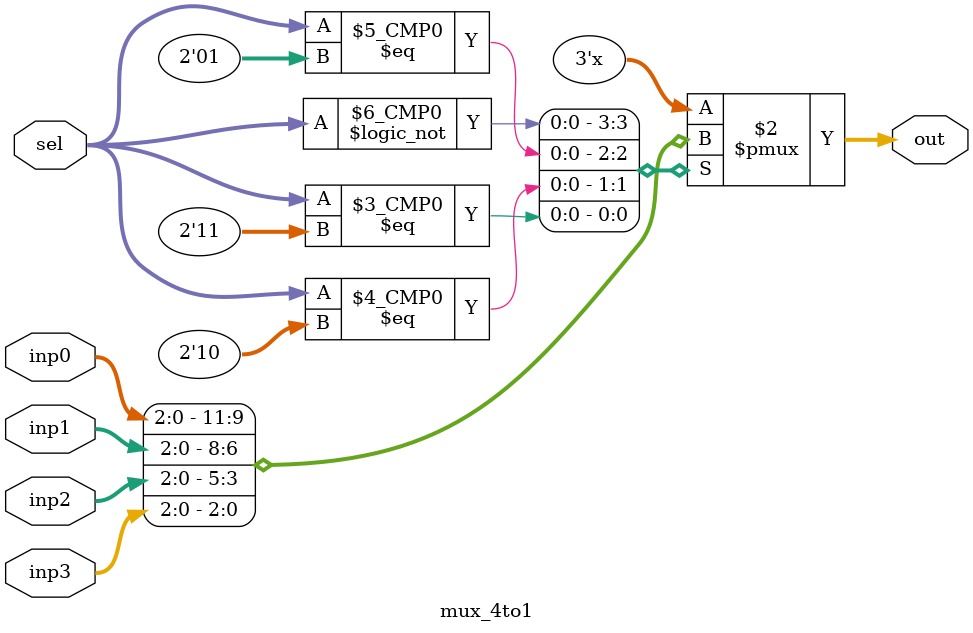
<source format=v>
module mux_4to1#(parameter W=3)(

  input   [W-1:0] inp0,
  input   [W-1:0] inp1,
  input   [W-1:0] inp2,
  input   [W-1:0] inp3,
  input    [1:0]sel,
  output reg [W-1:0] out
  );
  always @(inp0,inp1,inp2,inp3,sel) begin			// case selection for 4x1 MUX
		case (sel)
        2'b00: out = inp0;
        2'b01: out = inp1;
        2'b10: out = inp2;
        2'b11: out = inp3;
		  
        default: out = 4'b0;
		  
		endcase
		
	end
  
endmodule
</source>
